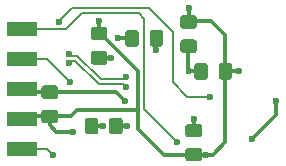
<source format=gbl>
G04 #@! TF.GenerationSoftware,KiCad,Pcbnew,5.1.5*
G04 #@! TF.CreationDate,2020-02-24T19:09:01+03:00*
G04 #@! TF.ProjectId,mod-lqfp64,6d6f642d-6c71-4667-9036-342e6b696361,rev?*
G04 #@! TF.SameCoordinates,PX1e84800PY280de80*
G04 #@! TF.FileFunction,Copper,L2,Bot*
G04 #@! TF.FilePolarity,Positive*
%FSLAX46Y46*%
G04 Gerber Fmt 4.6, Leading zero omitted, Abs format (unit mm)*
G04 Created by KiCad (PCBNEW 5.1.5) date 2020-02-24 19:09:01*
%MOMM*%
%LPD*%
G04 APERTURE LIST*
%ADD10R,2.540000X1.270000*%
%ADD11C,0.100000*%
%ADD12C,0.600000*%
%ADD13C,0.300000*%
%ADD14C,0.200000*%
G04 APERTURE END LIST*
D10*
X2342948Y-2450000D03*
X2342948Y-4990000D03*
X2342948Y-7530000D03*
X2342948Y-10070000D03*
X2342948Y-12610000D03*
G04 #@! TA.AperFunction,SMDPad,CuDef*
D11*
G36*
X16932625Y-3306444D02*
G01*
X16956893Y-3310044D01*
X16980692Y-3316005D01*
X17003791Y-3324270D01*
X17025970Y-3334760D01*
X17047013Y-3347372D01*
X17066719Y-3361987D01*
X17084897Y-3378463D01*
X17101373Y-3396641D01*
X17115988Y-3416347D01*
X17128600Y-3437390D01*
X17139090Y-3459569D01*
X17147355Y-3482668D01*
X17153316Y-3506467D01*
X17156916Y-3530735D01*
X17158120Y-3555239D01*
X17158120Y-4205241D01*
X17156916Y-4229745D01*
X17153316Y-4254013D01*
X17147355Y-4277812D01*
X17139090Y-4300911D01*
X17128600Y-4323090D01*
X17115988Y-4344133D01*
X17101373Y-4363839D01*
X17084897Y-4382017D01*
X17066719Y-4398493D01*
X17047013Y-4413108D01*
X17025970Y-4425720D01*
X17003791Y-4436210D01*
X16980692Y-4444475D01*
X16956893Y-4450436D01*
X16932625Y-4454036D01*
X16908121Y-4455240D01*
X16008119Y-4455240D01*
X15983615Y-4454036D01*
X15959347Y-4450436D01*
X15935548Y-4444475D01*
X15912449Y-4436210D01*
X15890270Y-4425720D01*
X15869227Y-4413108D01*
X15849521Y-4398493D01*
X15831343Y-4382017D01*
X15814867Y-4363839D01*
X15800252Y-4344133D01*
X15787640Y-4323090D01*
X15777150Y-4300911D01*
X15768885Y-4277812D01*
X15762924Y-4254013D01*
X15759324Y-4229745D01*
X15758120Y-4205241D01*
X15758120Y-3555239D01*
X15759324Y-3530735D01*
X15762924Y-3506467D01*
X15768885Y-3482668D01*
X15777150Y-3459569D01*
X15787640Y-3437390D01*
X15800252Y-3416347D01*
X15814867Y-3396641D01*
X15831343Y-3378463D01*
X15849521Y-3361987D01*
X15869227Y-3347372D01*
X15890270Y-3334760D01*
X15912449Y-3324270D01*
X15935548Y-3316005D01*
X15959347Y-3310044D01*
X15983615Y-3306444D01*
X16008119Y-3305240D01*
X16908121Y-3305240D01*
X16932625Y-3306444D01*
G37*
G04 #@! TD.AperFunction*
G04 #@! TA.AperFunction,SMDPad,CuDef*
G36*
X16932625Y-1256444D02*
G01*
X16956893Y-1260044D01*
X16980692Y-1266005D01*
X17003791Y-1274270D01*
X17025970Y-1284760D01*
X17047013Y-1297372D01*
X17066719Y-1311987D01*
X17084897Y-1328463D01*
X17101373Y-1346641D01*
X17115988Y-1366347D01*
X17128600Y-1387390D01*
X17139090Y-1409569D01*
X17147355Y-1432668D01*
X17153316Y-1456467D01*
X17156916Y-1480735D01*
X17158120Y-1505239D01*
X17158120Y-2155241D01*
X17156916Y-2179745D01*
X17153316Y-2204013D01*
X17147355Y-2227812D01*
X17139090Y-2250911D01*
X17128600Y-2273090D01*
X17115988Y-2294133D01*
X17101373Y-2313839D01*
X17084897Y-2332017D01*
X17066719Y-2348493D01*
X17047013Y-2363108D01*
X17025970Y-2375720D01*
X17003791Y-2386210D01*
X16980692Y-2394475D01*
X16956893Y-2400436D01*
X16932625Y-2404036D01*
X16908121Y-2405240D01*
X16008119Y-2405240D01*
X15983615Y-2404036D01*
X15959347Y-2400436D01*
X15935548Y-2394475D01*
X15912449Y-2386210D01*
X15890270Y-2375720D01*
X15869227Y-2363108D01*
X15849521Y-2348493D01*
X15831343Y-2332017D01*
X15814867Y-2313839D01*
X15800252Y-2294133D01*
X15787640Y-2273090D01*
X15777150Y-2250911D01*
X15768885Y-2227812D01*
X15762924Y-2204013D01*
X15759324Y-2179745D01*
X15758120Y-2155241D01*
X15758120Y-1505239D01*
X15759324Y-1480735D01*
X15762924Y-1456467D01*
X15768885Y-1432668D01*
X15777150Y-1409569D01*
X15787640Y-1387390D01*
X15800252Y-1366347D01*
X15814867Y-1346641D01*
X15831343Y-1328463D01*
X15849521Y-1311987D01*
X15869227Y-1297372D01*
X15890270Y-1284760D01*
X15912449Y-1274270D01*
X15935548Y-1266005D01*
X15959347Y-1260044D01*
X15983615Y-1256444D01*
X16008119Y-1255240D01*
X16908121Y-1255240D01*
X16932625Y-1256444D01*
G37*
G04 #@! TD.AperFunction*
G04 #@! TA.AperFunction,SMDPad,CuDef*
G36*
X17369505Y-10439704D02*
G01*
X17393773Y-10443304D01*
X17417572Y-10449265D01*
X17440671Y-10457530D01*
X17462850Y-10468020D01*
X17483893Y-10480632D01*
X17503599Y-10495247D01*
X17521777Y-10511723D01*
X17538253Y-10529901D01*
X17552868Y-10549607D01*
X17565480Y-10570650D01*
X17575970Y-10592829D01*
X17584235Y-10615928D01*
X17590196Y-10639727D01*
X17593796Y-10663995D01*
X17595000Y-10688499D01*
X17595000Y-11338501D01*
X17593796Y-11363005D01*
X17590196Y-11387273D01*
X17584235Y-11411072D01*
X17575970Y-11434171D01*
X17565480Y-11456350D01*
X17552868Y-11477393D01*
X17538253Y-11497099D01*
X17521777Y-11515277D01*
X17503599Y-11531753D01*
X17483893Y-11546368D01*
X17462850Y-11558980D01*
X17440671Y-11569470D01*
X17417572Y-11577735D01*
X17393773Y-11583696D01*
X17369505Y-11587296D01*
X17345001Y-11588500D01*
X16444999Y-11588500D01*
X16420495Y-11587296D01*
X16396227Y-11583696D01*
X16372428Y-11577735D01*
X16349329Y-11569470D01*
X16327150Y-11558980D01*
X16306107Y-11546368D01*
X16286401Y-11531753D01*
X16268223Y-11515277D01*
X16251747Y-11497099D01*
X16237132Y-11477393D01*
X16224520Y-11456350D01*
X16214030Y-11434171D01*
X16205765Y-11411072D01*
X16199804Y-11387273D01*
X16196204Y-11363005D01*
X16195000Y-11338501D01*
X16195000Y-10688499D01*
X16196204Y-10663995D01*
X16199804Y-10639727D01*
X16205765Y-10615928D01*
X16214030Y-10592829D01*
X16224520Y-10570650D01*
X16237132Y-10549607D01*
X16251747Y-10529901D01*
X16268223Y-10511723D01*
X16286401Y-10495247D01*
X16306107Y-10480632D01*
X16327150Y-10468020D01*
X16349329Y-10457530D01*
X16372428Y-10449265D01*
X16396227Y-10443304D01*
X16420495Y-10439704D01*
X16444999Y-10438500D01*
X17345001Y-10438500D01*
X17369505Y-10439704D01*
G37*
G04 #@! TD.AperFunction*
G04 #@! TA.AperFunction,SMDPad,CuDef*
G36*
X17369505Y-12489704D02*
G01*
X17393773Y-12493304D01*
X17417572Y-12499265D01*
X17440671Y-12507530D01*
X17462850Y-12518020D01*
X17483893Y-12530632D01*
X17503599Y-12545247D01*
X17521777Y-12561723D01*
X17538253Y-12579901D01*
X17552868Y-12599607D01*
X17565480Y-12620650D01*
X17575970Y-12642829D01*
X17584235Y-12665928D01*
X17590196Y-12689727D01*
X17593796Y-12713995D01*
X17595000Y-12738499D01*
X17595000Y-13388501D01*
X17593796Y-13413005D01*
X17590196Y-13437273D01*
X17584235Y-13461072D01*
X17575970Y-13484171D01*
X17565480Y-13506350D01*
X17552868Y-13527393D01*
X17538253Y-13547099D01*
X17521777Y-13565277D01*
X17503599Y-13581753D01*
X17483893Y-13596368D01*
X17462850Y-13608980D01*
X17440671Y-13619470D01*
X17417572Y-13627735D01*
X17393773Y-13633696D01*
X17369505Y-13637296D01*
X17345001Y-13638500D01*
X16444999Y-13638500D01*
X16420495Y-13637296D01*
X16396227Y-13633696D01*
X16372428Y-13627735D01*
X16349329Y-13619470D01*
X16327150Y-13608980D01*
X16306107Y-13596368D01*
X16286401Y-13581753D01*
X16268223Y-13565277D01*
X16251747Y-13547099D01*
X16237132Y-13527393D01*
X16224520Y-13506350D01*
X16214030Y-13484171D01*
X16205765Y-13461072D01*
X16199804Y-13437273D01*
X16196204Y-13413005D01*
X16195000Y-13388501D01*
X16195000Y-12738499D01*
X16196204Y-12713995D01*
X16199804Y-12689727D01*
X16205765Y-12665928D01*
X16214030Y-12642829D01*
X16224520Y-12620650D01*
X16237132Y-12599607D01*
X16251747Y-12579901D01*
X16268223Y-12561723D01*
X16286401Y-12545247D01*
X16306107Y-12530632D01*
X16327150Y-12518020D01*
X16349329Y-12507530D01*
X16372428Y-12499265D01*
X16396227Y-12493304D01*
X16420495Y-12489704D01*
X16444999Y-12488500D01*
X17345001Y-12488500D01*
X17369505Y-12489704D01*
G37*
G04 #@! TD.AperFunction*
G04 #@! TA.AperFunction,SMDPad,CuDef*
G36*
X5177505Y-7201204D02*
G01*
X5201773Y-7204804D01*
X5225572Y-7210765D01*
X5248671Y-7219030D01*
X5270850Y-7229520D01*
X5291893Y-7242132D01*
X5311599Y-7256747D01*
X5329777Y-7273223D01*
X5346253Y-7291401D01*
X5360868Y-7311107D01*
X5373480Y-7332150D01*
X5383970Y-7354329D01*
X5392235Y-7377428D01*
X5398196Y-7401227D01*
X5401796Y-7425495D01*
X5403000Y-7449999D01*
X5403000Y-8100001D01*
X5401796Y-8124505D01*
X5398196Y-8148773D01*
X5392235Y-8172572D01*
X5383970Y-8195671D01*
X5373480Y-8217850D01*
X5360868Y-8238893D01*
X5346253Y-8258599D01*
X5329777Y-8276777D01*
X5311599Y-8293253D01*
X5291893Y-8307868D01*
X5270850Y-8320480D01*
X5248671Y-8330970D01*
X5225572Y-8339235D01*
X5201773Y-8345196D01*
X5177505Y-8348796D01*
X5153001Y-8350000D01*
X4252999Y-8350000D01*
X4228495Y-8348796D01*
X4204227Y-8345196D01*
X4180428Y-8339235D01*
X4157329Y-8330970D01*
X4135150Y-8320480D01*
X4114107Y-8307868D01*
X4094401Y-8293253D01*
X4076223Y-8276777D01*
X4059747Y-8258599D01*
X4045132Y-8238893D01*
X4032520Y-8217850D01*
X4022030Y-8195671D01*
X4013765Y-8172572D01*
X4007804Y-8148773D01*
X4004204Y-8124505D01*
X4003000Y-8100001D01*
X4003000Y-7449999D01*
X4004204Y-7425495D01*
X4007804Y-7401227D01*
X4013765Y-7377428D01*
X4022030Y-7354329D01*
X4032520Y-7332150D01*
X4045132Y-7311107D01*
X4059747Y-7291401D01*
X4076223Y-7273223D01*
X4094401Y-7256747D01*
X4114107Y-7242132D01*
X4135150Y-7229520D01*
X4157329Y-7219030D01*
X4180428Y-7210765D01*
X4204227Y-7204804D01*
X4228495Y-7201204D01*
X4252999Y-7200000D01*
X5153001Y-7200000D01*
X5177505Y-7201204D01*
G37*
G04 #@! TD.AperFunction*
G04 #@! TA.AperFunction,SMDPad,CuDef*
G36*
X5177505Y-9251204D02*
G01*
X5201773Y-9254804D01*
X5225572Y-9260765D01*
X5248671Y-9269030D01*
X5270850Y-9279520D01*
X5291893Y-9292132D01*
X5311599Y-9306747D01*
X5329777Y-9323223D01*
X5346253Y-9341401D01*
X5360868Y-9361107D01*
X5373480Y-9382150D01*
X5383970Y-9404329D01*
X5392235Y-9427428D01*
X5398196Y-9451227D01*
X5401796Y-9475495D01*
X5403000Y-9499999D01*
X5403000Y-10150001D01*
X5401796Y-10174505D01*
X5398196Y-10198773D01*
X5392235Y-10222572D01*
X5383970Y-10245671D01*
X5373480Y-10267850D01*
X5360868Y-10288893D01*
X5346253Y-10308599D01*
X5329777Y-10326777D01*
X5311599Y-10343253D01*
X5291893Y-10357868D01*
X5270850Y-10370480D01*
X5248671Y-10380970D01*
X5225572Y-10389235D01*
X5201773Y-10395196D01*
X5177505Y-10398796D01*
X5153001Y-10400000D01*
X4252999Y-10400000D01*
X4228495Y-10398796D01*
X4204227Y-10395196D01*
X4180428Y-10389235D01*
X4157329Y-10380970D01*
X4135150Y-10370480D01*
X4114107Y-10357868D01*
X4094401Y-10343253D01*
X4076223Y-10326777D01*
X4059747Y-10308599D01*
X4045132Y-10288893D01*
X4032520Y-10267850D01*
X4022030Y-10245671D01*
X4013765Y-10222572D01*
X4007804Y-10198773D01*
X4004204Y-10174505D01*
X4003000Y-10150001D01*
X4003000Y-9499999D01*
X4004204Y-9475495D01*
X4007804Y-9451227D01*
X4013765Y-9427428D01*
X4022030Y-9404329D01*
X4032520Y-9382150D01*
X4045132Y-9361107D01*
X4059747Y-9341401D01*
X4076223Y-9323223D01*
X4094401Y-9306747D01*
X4114107Y-9292132D01*
X4135150Y-9279520D01*
X4157329Y-9269030D01*
X4180428Y-9260765D01*
X4204227Y-9254804D01*
X4228495Y-9251204D01*
X4252999Y-9250000D01*
X5153001Y-9250000D01*
X5177505Y-9251204D01*
G37*
G04 #@! TD.AperFunction*
G04 #@! TA.AperFunction,SMDPad,CuDef*
G36*
X17870505Y-5307204D02*
G01*
X17894773Y-5310804D01*
X17918572Y-5316765D01*
X17941671Y-5325030D01*
X17963850Y-5335520D01*
X17984893Y-5348132D01*
X18004599Y-5362747D01*
X18022777Y-5379223D01*
X18039253Y-5397401D01*
X18053868Y-5417107D01*
X18066480Y-5438150D01*
X18076970Y-5460329D01*
X18085235Y-5483428D01*
X18091196Y-5507227D01*
X18094796Y-5531495D01*
X18096000Y-5555999D01*
X18096000Y-6456001D01*
X18094796Y-6480505D01*
X18091196Y-6504773D01*
X18085235Y-6528572D01*
X18076970Y-6551671D01*
X18066480Y-6573850D01*
X18053868Y-6594893D01*
X18039253Y-6614599D01*
X18022777Y-6632777D01*
X18004599Y-6649253D01*
X17984893Y-6663868D01*
X17963850Y-6676480D01*
X17941671Y-6686970D01*
X17918572Y-6695235D01*
X17894773Y-6701196D01*
X17870505Y-6704796D01*
X17846001Y-6706000D01*
X17195999Y-6706000D01*
X17171495Y-6704796D01*
X17147227Y-6701196D01*
X17123428Y-6695235D01*
X17100329Y-6686970D01*
X17078150Y-6676480D01*
X17057107Y-6663868D01*
X17037401Y-6649253D01*
X17019223Y-6632777D01*
X17002747Y-6614599D01*
X16988132Y-6594893D01*
X16975520Y-6573850D01*
X16965030Y-6551671D01*
X16956765Y-6528572D01*
X16950804Y-6504773D01*
X16947204Y-6480505D01*
X16946000Y-6456001D01*
X16946000Y-5555999D01*
X16947204Y-5531495D01*
X16950804Y-5507227D01*
X16956765Y-5483428D01*
X16965030Y-5460329D01*
X16975520Y-5438150D01*
X16988132Y-5417107D01*
X17002747Y-5397401D01*
X17019223Y-5379223D01*
X17037401Y-5362747D01*
X17057107Y-5348132D01*
X17078150Y-5335520D01*
X17100329Y-5325030D01*
X17123428Y-5316765D01*
X17147227Y-5310804D01*
X17171495Y-5307204D01*
X17195999Y-5306000D01*
X17846001Y-5306000D01*
X17870505Y-5307204D01*
G37*
G04 #@! TD.AperFunction*
G04 #@! TA.AperFunction,SMDPad,CuDef*
G36*
X19920505Y-5307204D02*
G01*
X19944773Y-5310804D01*
X19968572Y-5316765D01*
X19991671Y-5325030D01*
X20013850Y-5335520D01*
X20034893Y-5348132D01*
X20054599Y-5362747D01*
X20072777Y-5379223D01*
X20089253Y-5397401D01*
X20103868Y-5417107D01*
X20116480Y-5438150D01*
X20126970Y-5460329D01*
X20135235Y-5483428D01*
X20141196Y-5507227D01*
X20144796Y-5531495D01*
X20146000Y-5555999D01*
X20146000Y-6456001D01*
X20144796Y-6480505D01*
X20141196Y-6504773D01*
X20135235Y-6528572D01*
X20126970Y-6551671D01*
X20116480Y-6573850D01*
X20103868Y-6594893D01*
X20089253Y-6614599D01*
X20072777Y-6632777D01*
X20054599Y-6649253D01*
X20034893Y-6663868D01*
X20013850Y-6676480D01*
X19991671Y-6686970D01*
X19968572Y-6695235D01*
X19944773Y-6701196D01*
X19920505Y-6704796D01*
X19896001Y-6706000D01*
X19245999Y-6706000D01*
X19221495Y-6704796D01*
X19197227Y-6701196D01*
X19173428Y-6695235D01*
X19150329Y-6686970D01*
X19128150Y-6676480D01*
X19107107Y-6663868D01*
X19087401Y-6649253D01*
X19069223Y-6632777D01*
X19052747Y-6614599D01*
X19038132Y-6594893D01*
X19025520Y-6573850D01*
X19015030Y-6551671D01*
X19006765Y-6528572D01*
X19000804Y-6504773D01*
X18997204Y-6480505D01*
X18996000Y-6456001D01*
X18996000Y-5555999D01*
X18997204Y-5531495D01*
X19000804Y-5507227D01*
X19006765Y-5483428D01*
X19015030Y-5460329D01*
X19025520Y-5438150D01*
X19038132Y-5417107D01*
X19052747Y-5397401D01*
X19069223Y-5379223D01*
X19087401Y-5362747D01*
X19107107Y-5348132D01*
X19128150Y-5335520D01*
X19150329Y-5325030D01*
X19173428Y-5316765D01*
X19197227Y-5310804D01*
X19221495Y-5307204D01*
X19245999Y-5306000D01*
X19896001Y-5306000D01*
X19920505Y-5307204D01*
G37*
G04 #@! TD.AperFunction*
G04 #@! TA.AperFunction,SMDPad,CuDef*
G36*
X9368505Y-4298204D02*
G01*
X9392773Y-4301804D01*
X9416572Y-4307765D01*
X9439671Y-4316030D01*
X9461850Y-4326520D01*
X9482893Y-4339132D01*
X9502599Y-4353747D01*
X9520777Y-4370223D01*
X9537253Y-4388401D01*
X9551868Y-4408107D01*
X9564480Y-4429150D01*
X9574970Y-4451329D01*
X9583235Y-4474428D01*
X9589196Y-4498227D01*
X9592796Y-4522495D01*
X9594000Y-4546999D01*
X9594000Y-5197001D01*
X9592796Y-5221505D01*
X9589196Y-5245773D01*
X9583235Y-5269572D01*
X9574970Y-5292671D01*
X9564480Y-5314850D01*
X9551868Y-5335893D01*
X9537253Y-5355599D01*
X9520777Y-5373777D01*
X9502599Y-5390253D01*
X9482893Y-5404868D01*
X9461850Y-5417480D01*
X9439671Y-5427970D01*
X9416572Y-5436235D01*
X9392773Y-5442196D01*
X9368505Y-5445796D01*
X9344001Y-5447000D01*
X8443999Y-5447000D01*
X8419495Y-5445796D01*
X8395227Y-5442196D01*
X8371428Y-5436235D01*
X8348329Y-5427970D01*
X8326150Y-5417480D01*
X8305107Y-5404868D01*
X8285401Y-5390253D01*
X8267223Y-5373777D01*
X8250747Y-5355599D01*
X8236132Y-5335893D01*
X8223520Y-5314850D01*
X8213030Y-5292671D01*
X8204765Y-5269572D01*
X8198804Y-5245773D01*
X8195204Y-5221505D01*
X8194000Y-5197001D01*
X8194000Y-4546999D01*
X8195204Y-4522495D01*
X8198804Y-4498227D01*
X8204765Y-4474428D01*
X8213030Y-4451329D01*
X8223520Y-4429150D01*
X8236132Y-4408107D01*
X8250747Y-4388401D01*
X8267223Y-4370223D01*
X8285401Y-4353747D01*
X8305107Y-4339132D01*
X8326150Y-4326520D01*
X8348329Y-4316030D01*
X8371428Y-4307765D01*
X8395227Y-4301804D01*
X8419495Y-4298204D01*
X8443999Y-4297000D01*
X9344001Y-4297000D01*
X9368505Y-4298204D01*
G37*
G04 #@! TD.AperFunction*
G04 #@! TA.AperFunction,SMDPad,CuDef*
G36*
X9368505Y-2248204D02*
G01*
X9392773Y-2251804D01*
X9416572Y-2257765D01*
X9439671Y-2266030D01*
X9461850Y-2276520D01*
X9482893Y-2289132D01*
X9502599Y-2303747D01*
X9520777Y-2320223D01*
X9537253Y-2338401D01*
X9551868Y-2358107D01*
X9564480Y-2379150D01*
X9574970Y-2401329D01*
X9583235Y-2424428D01*
X9589196Y-2448227D01*
X9592796Y-2472495D01*
X9594000Y-2496999D01*
X9594000Y-3147001D01*
X9592796Y-3171505D01*
X9589196Y-3195773D01*
X9583235Y-3219572D01*
X9574970Y-3242671D01*
X9564480Y-3264850D01*
X9551868Y-3285893D01*
X9537253Y-3305599D01*
X9520777Y-3323777D01*
X9502599Y-3340253D01*
X9482893Y-3354868D01*
X9461850Y-3367480D01*
X9439671Y-3377970D01*
X9416572Y-3386235D01*
X9392773Y-3392196D01*
X9368505Y-3395796D01*
X9344001Y-3397000D01*
X8443999Y-3397000D01*
X8419495Y-3395796D01*
X8395227Y-3392196D01*
X8371428Y-3386235D01*
X8348329Y-3377970D01*
X8326150Y-3367480D01*
X8305107Y-3354868D01*
X8285401Y-3340253D01*
X8267223Y-3323777D01*
X8250747Y-3305599D01*
X8236132Y-3285893D01*
X8223520Y-3264850D01*
X8213030Y-3242671D01*
X8204765Y-3219572D01*
X8198804Y-3195773D01*
X8195204Y-3171505D01*
X8194000Y-3147001D01*
X8194000Y-2496999D01*
X8195204Y-2472495D01*
X8198804Y-2448227D01*
X8204765Y-2424428D01*
X8213030Y-2401329D01*
X8223520Y-2379150D01*
X8236132Y-2358107D01*
X8250747Y-2338401D01*
X8267223Y-2320223D01*
X8285401Y-2303747D01*
X8305107Y-2289132D01*
X8326150Y-2276520D01*
X8348329Y-2266030D01*
X8371428Y-2257765D01*
X8395227Y-2251804D01*
X8419495Y-2248204D01*
X8443999Y-2247000D01*
X9344001Y-2247000D01*
X9368505Y-2248204D01*
G37*
G04 #@! TD.AperFunction*
G04 #@! TA.AperFunction,SMDPad,CuDef*
G36*
X10649505Y-9942704D02*
G01*
X10673773Y-9946304D01*
X10697572Y-9952265D01*
X10720671Y-9960530D01*
X10742850Y-9971020D01*
X10763893Y-9983632D01*
X10783599Y-9998247D01*
X10801777Y-10014723D01*
X10818253Y-10032901D01*
X10832868Y-10052607D01*
X10845480Y-10073650D01*
X10855970Y-10095829D01*
X10864235Y-10118928D01*
X10870196Y-10142727D01*
X10873796Y-10166995D01*
X10875000Y-10191499D01*
X10875000Y-11091501D01*
X10873796Y-11116005D01*
X10870196Y-11140273D01*
X10864235Y-11164072D01*
X10855970Y-11187171D01*
X10845480Y-11209350D01*
X10832868Y-11230393D01*
X10818253Y-11250099D01*
X10801777Y-11268277D01*
X10783599Y-11284753D01*
X10763893Y-11299368D01*
X10742850Y-11311980D01*
X10720671Y-11322470D01*
X10697572Y-11330735D01*
X10673773Y-11336696D01*
X10649505Y-11340296D01*
X10625001Y-11341500D01*
X9974999Y-11341500D01*
X9950495Y-11340296D01*
X9926227Y-11336696D01*
X9902428Y-11330735D01*
X9879329Y-11322470D01*
X9857150Y-11311980D01*
X9836107Y-11299368D01*
X9816401Y-11284753D01*
X9798223Y-11268277D01*
X9781747Y-11250099D01*
X9767132Y-11230393D01*
X9754520Y-11209350D01*
X9744030Y-11187171D01*
X9735765Y-11164072D01*
X9729804Y-11140273D01*
X9726204Y-11116005D01*
X9725000Y-11091501D01*
X9725000Y-10191499D01*
X9726204Y-10166995D01*
X9729804Y-10142727D01*
X9735765Y-10118928D01*
X9744030Y-10095829D01*
X9754520Y-10073650D01*
X9767132Y-10052607D01*
X9781747Y-10032901D01*
X9798223Y-10014723D01*
X9816401Y-9998247D01*
X9836107Y-9983632D01*
X9857150Y-9971020D01*
X9879329Y-9960530D01*
X9902428Y-9952265D01*
X9926227Y-9946304D01*
X9950495Y-9942704D01*
X9974999Y-9941500D01*
X10625001Y-9941500D01*
X10649505Y-9942704D01*
G37*
G04 #@! TD.AperFunction*
G04 #@! TA.AperFunction,SMDPad,CuDef*
G36*
X8599505Y-9942704D02*
G01*
X8623773Y-9946304D01*
X8647572Y-9952265D01*
X8670671Y-9960530D01*
X8692850Y-9971020D01*
X8713893Y-9983632D01*
X8733599Y-9998247D01*
X8751777Y-10014723D01*
X8768253Y-10032901D01*
X8782868Y-10052607D01*
X8795480Y-10073650D01*
X8805970Y-10095829D01*
X8814235Y-10118928D01*
X8820196Y-10142727D01*
X8823796Y-10166995D01*
X8825000Y-10191499D01*
X8825000Y-11091501D01*
X8823796Y-11116005D01*
X8820196Y-11140273D01*
X8814235Y-11164072D01*
X8805970Y-11187171D01*
X8795480Y-11209350D01*
X8782868Y-11230393D01*
X8768253Y-11250099D01*
X8751777Y-11268277D01*
X8733599Y-11284753D01*
X8713893Y-11299368D01*
X8692850Y-11311980D01*
X8670671Y-11322470D01*
X8647572Y-11330735D01*
X8623773Y-11336696D01*
X8599505Y-11340296D01*
X8575001Y-11341500D01*
X7924999Y-11341500D01*
X7900495Y-11340296D01*
X7876227Y-11336696D01*
X7852428Y-11330735D01*
X7829329Y-11322470D01*
X7807150Y-11311980D01*
X7786107Y-11299368D01*
X7766401Y-11284753D01*
X7748223Y-11268277D01*
X7731747Y-11250099D01*
X7717132Y-11230393D01*
X7704520Y-11209350D01*
X7694030Y-11187171D01*
X7685765Y-11164072D01*
X7679804Y-11140273D01*
X7676204Y-11116005D01*
X7675000Y-11091501D01*
X7675000Y-10191499D01*
X7676204Y-10166995D01*
X7679804Y-10142727D01*
X7685765Y-10118928D01*
X7694030Y-10095829D01*
X7704520Y-10073650D01*
X7717132Y-10052607D01*
X7731747Y-10032901D01*
X7748223Y-10014723D01*
X7766401Y-9998247D01*
X7786107Y-9983632D01*
X7807150Y-9971020D01*
X7829329Y-9960530D01*
X7852428Y-9952265D01*
X7876227Y-9946304D01*
X7900495Y-9942704D01*
X7924999Y-9941500D01*
X8575001Y-9941500D01*
X8599505Y-9942704D01*
G37*
G04 #@! TD.AperFunction*
G04 #@! TA.AperFunction,SMDPad,CuDef*
G36*
X14078505Y-2513204D02*
G01*
X14102773Y-2516804D01*
X14126572Y-2522765D01*
X14149671Y-2531030D01*
X14171850Y-2541520D01*
X14192893Y-2554132D01*
X14212599Y-2568747D01*
X14230777Y-2585223D01*
X14247253Y-2603401D01*
X14261868Y-2623107D01*
X14274480Y-2644150D01*
X14284970Y-2666329D01*
X14293235Y-2689428D01*
X14299196Y-2713227D01*
X14302796Y-2737495D01*
X14304000Y-2761999D01*
X14304000Y-3662001D01*
X14302796Y-3686505D01*
X14299196Y-3710773D01*
X14293235Y-3734572D01*
X14284970Y-3757671D01*
X14274480Y-3779850D01*
X14261868Y-3800893D01*
X14247253Y-3820599D01*
X14230777Y-3838777D01*
X14212599Y-3855253D01*
X14192893Y-3869868D01*
X14171850Y-3882480D01*
X14149671Y-3892970D01*
X14126572Y-3901235D01*
X14102773Y-3907196D01*
X14078505Y-3910796D01*
X14054001Y-3912000D01*
X13403999Y-3912000D01*
X13379495Y-3910796D01*
X13355227Y-3907196D01*
X13331428Y-3901235D01*
X13308329Y-3892970D01*
X13286150Y-3882480D01*
X13265107Y-3869868D01*
X13245401Y-3855253D01*
X13227223Y-3838777D01*
X13210747Y-3820599D01*
X13196132Y-3800893D01*
X13183520Y-3779850D01*
X13173030Y-3757671D01*
X13164765Y-3734572D01*
X13158804Y-3710773D01*
X13155204Y-3686505D01*
X13154000Y-3662001D01*
X13154000Y-2761999D01*
X13155204Y-2737495D01*
X13158804Y-2713227D01*
X13164765Y-2689428D01*
X13173030Y-2666329D01*
X13183520Y-2644150D01*
X13196132Y-2623107D01*
X13210747Y-2603401D01*
X13227223Y-2585223D01*
X13245401Y-2568747D01*
X13265107Y-2554132D01*
X13286150Y-2541520D01*
X13308329Y-2531030D01*
X13331428Y-2522765D01*
X13355227Y-2516804D01*
X13379495Y-2513204D01*
X13403999Y-2512000D01*
X14054001Y-2512000D01*
X14078505Y-2513204D01*
G37*
G04 #@! TD.AperFunction*
G04 #@! TA.AperFunction,SMDPad,CuDef*
G36*
X12028505Y-2513204D02*
G01*
X12052773Y-2516804D01*
X12076572Y-2522765D01*
X12099671Y-2531030D01*
X12121850Y-2541520D01*
X12142893Y-2554132D01*
X12162599Y-2568747D01*
X12180777Y-2585223D01*
X12197253Y-2603401D01*
X12211868Y-2623107D01*
X12224480Y-2644150D01*
X12234970Y-2666329D01*
X12243235Y-2689428D01*
X12249196Y-2713227D01*
X12252796Y-2737495D01*
X12254000Y-2761999D01*
X12254000Y-3662001D01*
X12252796Y-3686505D01*
X12249196Y-3710773D01*
X12243235Y-3734572D01*
X12234970Y-3757671D01*
X12224480Y-3779850D01*
X12211868Y-3800893D01*
X12197253Y-3820599D01*
X12180777Y-3838777D01*
X12162599Y-3855253D01*
X12142893Y-3869868D01*
X12121850Y-3882480D01*
X12099671Y-3892970D01*
X12076572Y-3901235D01*
X12052773Y-3907196D01*
X12028505Y-3910796D01*
X12004001Y-3912000D01*
X11353999Y-3912000D01*
X11329495Y-3910796D01*
X11305227Y-3907196D01*
X11281428Y-3901235D01*
X11258329Y-3892970D01*
X11236150Y-3882480D01*
X11215107Y-3869868D01*
X11195401Y-3855253D01*
X11177223Y-3838777D01*
X11160747Y-3820599D01*
X11146132Y-3800893D01*
X11133520Y-3779850D01*
X11123030Y-3757671D01*
X11114765Y-3734572D01*
X11108804Y-3710773D01*
X11105204Y-3686505D01*
X11104000Y-3662001D01*
X11104000Y-2761999D01*
X11105204Y-2737495D01*
X11108804Y-2713227D01*
X11114765Y-2689428D01*
X11123030Y-2666329D01*
X11133520Y-2644150D01*
X11146132Y-2623107D01*
X11160747Y-2603401D01*
X11177223Y-2585223D01*
X11195401Y-2568747D01*
X11215107Y-2554132D01*
X11236150Y-2541520D01*
X11258329Y-2531030D01*
X11281428Y-2522765D01*
X11305227Y-2516804D01*
X11329495Y-2513204D01*
X11353999Y-2512000D01*
X12004001Y-2512000D01*
X12028505Y-2513204D01*
G37*
G04 #@! TD.AperFunction*
D12*
X16895000Y-10070000D03*
X11243500Y-10641500D03*
X23880000Y-8546000D03*
X21848000Y-11721000D03*
X13720000Y-4228000D03*
X11116500Y-8546000D03*
X9910000Y-4863000D03*
X16463200Y-6006000D03*
X6672310Y-11145059D03*
X17974500Y-13054500D03*
X8893996Y-1713400D03*
X20705000Y-6006000D03*
X16466360Y-626280D03*
X18241200Y-8139600D03*
X5464994Y-1815000D03*
X15472600Y-11949600D03*
X6417500Y-6895000D03*
X6354000Y-4503000D03*
X11146000Y-6495000D03*
X6354000Y-5303000D03*
X11146000Y-7295000D03*
X4957000Y-13054500D03*
X10468800Y-3212000D03*
X9211500Y-10641500D03*
D13*
X16895000Y-11013500D02*
X16895000Y-10070000D01*
X10300000Y-10641500D02*
X11243500Y-10641500D01*
X21848000Y-11721000D02*
X23880000Y-9689000D01*
X23880000Y-9689000D02*
X23880000Y-8546000D01*
X2587948Y-7775000D02*
X2342948Y-7530000D01*
X4703000Y-7775000D02*
X2587948Y-7775000D01*
X13729000Y-3212000D02*
X13729000Y-4219000D01*
X13729000Y-4219000D02*
X13720000Y-4228000D01*
X10345500Y-7775000D02*
X11116500Y-8546000D01*
X4703000Y-7775000D02*
X10345500Y-7775000D01*
X8894000Y-4872000D02*
X9901000Y-4872000D01*
X9901000Y-4872000D02*
X9910000Y-4863000D01*
X17521000Y-6006000D02*
X16463200Y-6006000D01*
X16450500Y-5993300D02*
X16463200Y-6006000D01*
X16450500Y-3881400D02*
X16450500Y-5993300D01*
X16904000Y-13054500D02*
X16895000Y-13063500D01*
X17974500Y-13054500D02*
X16904000Y-13054500D01*
X12196000Y-9308000D02*
X7052500Y-9308000D01*
X14364000Y-13063500D02*
X16895000Y-13063500D01*
X12196000Y-9308000D02*
X12196000Y-10895500D01*
X12196000Y-10895500D02*
X14364000Y-13063500D01*
X2587948Y-9825000D02*
X2342948Y-10070000D01*
X4703000Y-9825000D02*
X2587948Y-9825000D01*
X6535500Y-9825000D02*
X7052500Y-9308000D01*
X4703000Y-9825000D02*
X6535500Y-9825000D01*
X5270059Y-11145059D02*
X6672310Y-11145059D01*
X4703000Y-9825000D02*
X4703000Y-10578000D01*
X4703000Y-10578000D02*
X5270059Y-11145059D01*
X12196000Y-9308000D02*
X12196000Y-7530000D01*
X9275000Y-2822000D02*
X9275000Y-2831000D01*
X8893996Y-2712996D02*
X8893996Y-2137664D01*
X9266000Y-3085000D02*
X8893996Y-2712996D01*
X8893996Y-2137664D02*
X8893996Y-1713400D01*
X8894000Y-2822000D02*
X9012000Y-2822000D01*
X9012000Y-2822000D02*
X12196000Y-6006000D01*
X12196000Y-6006000D02*
X12196000Y-6133000D01*
X12196000Y-6133000D02*
X12196000Y-7530000D01*
X19571000Y-6006000D02*
X20705000Y-6006000D01*
X16466360Y-1724360D02*
X16466360Y-626280D01*
X18546000Y-13054500D02*
X19571000Y-12029500D01*
X16470000Y-1728000D02*
X16466360Y-1724360D01*
X18332000Y-1728000D02*
X16470000Y-1728000D01*
X17974500Y-13054500D02*
X18546000Y-13054500D01*
X19571000Y-12029500D02*
X19571000Y-2967000D01*
X19571000Y-2967000D02*
X18332000Y-1728000D01*
D14*
X5764993Y-1515001D02*
X5464994Y-1815000D01*
X16361600Y-8139600D02*
X15117000Y-6895000D01*
X15117000Y-2704000D02*
X13085000Y-672000D01*
X18241200Y-8139600D02*
X16361600Y-8139600D01*
X15117000Y-6895000D02*
X15117000Y-2704000D01*
X6607994Y-672000D02*
X5764993Y-1515001D01*
X13085000Y-672000D02*
X6607994Y-672000D01*
X12704000Y-9181000D02*
X15172601Y-11649601D01*
X2342948Y-2450000D02*
X6100000Y-2450000D01*
X15172601Y-11649601D02*
X15472600Y-11949600D01*
X6100000Y-2450000D02*
X7462007Y-1087993D01*
X7462007Y-1087993D02*
X12230993Y-1087993D01*
X12230993Y-1087993D02*
X12704000Y-1561000D01*
X12704000Y-1561000D02*
X12704000Y-9181000D01*
X2342948Y-4990000D02*
X4512500Y-4990000D01*
X4512500Y-4990000D02*
X6117501Y-6595001D01*
X6117501Y-6595001D02*
X6417500Y-6895000D01*
X10946000Y-6695000D02*
X11146000Y-6495000D01*
X6354000Y-4503000D02*
X6554000Y-4703000D01*
X6554000Y-4703000D02*
X7048344Y-4703000D01*
X9040344Y-6695000D02*
X10946000Y-6695000D01*
X7048344Y-4703000D02*
X9040344Y-6695000D01*
X6354000Y-5303000D02*
X6554000Y-5103000D01*
X10946000Y-7095000D02*
X11146000Y-7295000D01*
X6882656Y-5103000D02*
X8874656Y-7095000D01*
X8874656Y-7095000D02*
X10946000Y-7095000D01*
X6554000Y-5103000D02*
X6882656Y-5103000D01*
X4512500Y-12610000D02*
X4957000Y-13054500D01*
X2342948Y-12610000D02*
X4512500Y-12610000D01*
D13*
X11679000Y-3212000D02*
X10468800Y-3212000D01*
X9211500Y-10641500D02*
X8250000Y-10641500D01*
M02*

</source>
